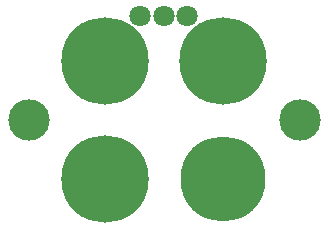
<source format=gbr>
G04 (created by PCBNEW (2013-may-18)-stable) date Вс 25 окт 2015 21:35:21*
%MOIN*%
G04 Gerber Fmt 3.4, Leading zero omitted, Abs format*
%FSLAX34Y34*%
G01*
G70*
G90*
G04 APERTURE LIST*
%ADD10C,0.00393701*%
%ADD11C,0.283465*%
%ADD12C,0.291339*%
%ADD13C,0.137795*%
%ADD14C,0.0708661*%
G04 APERTURE END LIST*
G54D10*
G54D11*
X13501Y-12113D03*
G54D12*
X9564Y-12113D03*
X13501Y-8176D03*
X9564Y-8176D03*
G54D13*
X16060Y-10145D03*
X7005Y-10145D03*
G54D14*
X12303Y-6692D03*
X11515Y-6692D03*
X10728Y-6692D03*
M02*

</source>
